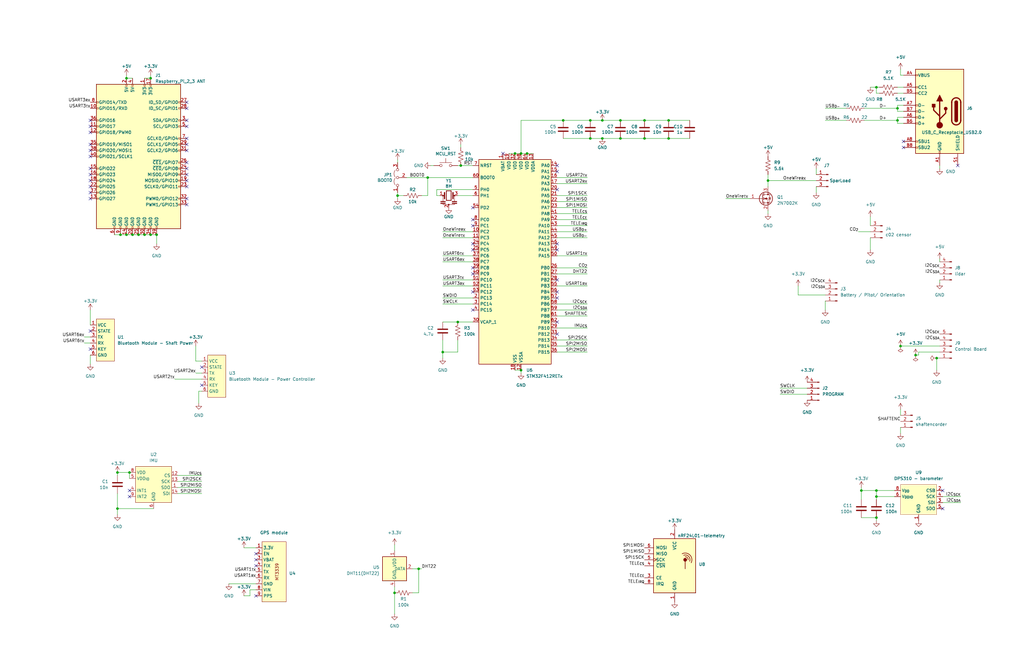
<source format=kicad_sch>
(kicad_sch (version 20230121) (generator eeschema)
  (paper "USLedger")
  (title_block (title "Falcon Motherboard") (date "2023-11-10") (rev "1") (company "HPVDT"))
  (lib_symbols
    (symbol "Connector:Conn_01x03_Pin" (pin_names (offset 1.016) hide)
      (property "Reference" "J" (at 0 5.08 0))
      (property "Value" "Conn_01x03_Pin" (at 0 -5.08 0))
      (symbol "Conn_01x03_Pin_1_1"
        (pin passive line (at 5.08 2.54 180) (length 3.81) (name "Pin_1") (number "1"))
        (pin passive line (at 5.08 0 180) (length 3.81) (name "Pin_2") (number "2"))
        (pin passive line (at 5.08 -2.54 180) (length 3.81) (name "Pin_3") (number "3"))
      )
    )
    (symbol "Connector:Conn_01x04_Pin" (pin_names (offset 1.016) hide)
      (property "Reference" "J" (at 0 5.08 0))
      (property "Value" "Conn_01x04_Pin" (at 0 -7.62 0))
      (symbol "Conn_01x04_Pin_1_1"
        (pin passive line (at 5.08 2.54 180) (length 3.81) (name "Pin_1") (number "1"))
        (pin passive line (at 5.08 0 180) (length 3.81) (name "Pin_2") (number "2"))
        (pin passive line (at 5.08 -2.54 180) (length 3.81) (name "Pin_3") (number "3"))
        (pin passive line (at 5.08 -5.08 180) (length 3.81) (name "Pin_4") (number "4"))
      )
    )
    (symbol "Connector:Conn_01x05_Pin" (pin_names (offset 1.016) hide)
      (property "Reference" "J" (at 0 7.62 0))
      (property "Value" "Conn_01x05_Pin" (at 0 -7.62 0))
      (symbol "Conn_01x05_Pin_1_1"
        (pin passive line (at 5.08 5.08 180) (length 3.81) (name "Pin_1") (number "1"))
        (pin passive line (at 5.08 2.54 180) (length 3.81) (name "Pin_2") (number "2"))
        (pin passive line (at 5.08 0 180) (length 3.81) (name "Pin_3") (number "3"))
        (pin passive line (at 5.08 -2.54 180) (length 3.81) (name "Pin_4") (number "4"))
        (pin passive line (at 5.08 -5.08 180) (length 3.81) (name "Pin_5") (number "5"))
      )
    )
    (symbol "Connector:Raspberry_Pi_2_3" (pin_names (offset 1.016))
      (property "Reference" "J" (at -17.78 31.75 0))
      (property "Value" "Raspberry_Pi_2_3" (at 10.16 -31.75 0))
      (symbol "Raspberry_Pi_2_3_1_1"
        (pin power_in line (at 2.54 33.02 270) (length 2.54) (name "3V3") (number "1"))
        (pin bidirectional line (at -20.32 20.32 0) (length 2.54) (name "GPIO15/RXD") (number "10"))
        (pin bidirectional line (at -20.32 12.7 0) (length 2.54) (name "GPIO17") (number "11"))
        (pin bidirectional line (at -20.32 10.16 0) (length 2.54) (name "GPIO18/PWM0") (number "12"))
        (pin bidirectional line (at -20.32 -17.78 0) (length 2.54) (name "GPIO27") (number "13"))
        (pin power_in line (at -5.08 -33.02 90) (length 2.54) (name "GND") (number "14"))
        (pin bidirectional line (at -20.32 -5.08 0) (length 2.54) (name "GPIO22") (number "15"))
        (pin bidirectional line (at -20.32 -7.62 0) (length 2.54) (name "GPIO23") (number "16"))
        (pin power_in line (at 5.08 33.02 270) (length 2.54) (name "3V3") (number "17"))
        (pin bidirectional line (at -20.32 -10.16 0) (length 2.54) (name "GPIO24") (number "18"))
        (pin bidirectional line (at 20.32 -10.16 180) (length 2.54) (name "MOSI0/GPIO10") (number "19"))
        (pin power_in line (at -5.08 33.02 270) (length 2.54) (name "5V") (number "2"))
        (pin power_in line (at -2.54 -33.02 90) (length 2.54) (name "GND") (number "20"))
        (pin bidirectional line (at 20.32 -7.62 180) (length 2.54) (name "MISO0/GPIO9") (number "21"))
        (pin bidirectional line (at -20.32 -12.7 0) (length 2.54) (name "GPIO25") (number "22"))
        (pin bidirectional line (at 20.32 -12.7 180) (length 2.54) (name "SCLK0/GPIO11") (number "23"))
        (pin bidirectional line (at 20.32 -5.08 180) (length 2.54) (name "~{CE0}/GPIO8") (number "24"))
        (pin power_in line (at 0 -33.02 90) (length 2.54) (name "GND") (number "25"))
        (pin bidirectional line (at 20.32 -2.54 180) (length 2.54) (name "~{CE1}/GPIO7") (number "26"))
        (pin bidirectional line (at 20.32 22.86 180) (length 2.54) (name "ID_SD/GPIO0") (number "27"))
        (pin bidirectional line (at 20.32 20.32 180) (length 2.54) (name "ID_SC/GPIO1") (number "28"))
        (pin bidirectional line (at 20.32 5.08 180) (length 2.54) (name "GCLK1/GPIO5") (number "29"))
        (pin bidirectional line (at 20.32 15.24 180) (length 2.54) (name "SDA/GPIO2") (number "3"))
        (pin power_in line (at 2.54 -33.02 90) (length 2.54) (name "GND") (number "30"))
        (pin bidirectional line (at 20.32 2.54 180) (length 2.54) (name "GCLK2/GPIO6") (number "31"))
        (pin bidirectional line (at 20.32 -17.78 180) (length 2.54) (name "PWM0/GPIO12") (number "32"))
        (pin bidirectional line (at 20.32 -20.32 180) (length 2.54) (name "PWM1/GPIO13") (number "33"))
        (pin power_in line (at 5.08 -33.02 90) (length 2.54) (name "GND") (number "34"))
        (pin bidirectional line (at -20.32 5.08 0) (length 2.54) (name "GPIO19/MISO1") (number "35"))
        (pin bidirectional line (at -20.32 15.24 0) (length 2.54) (name "GPIO16") (number "36"))
        (pin bidirectional line (at -20.32 -15.24 0) (length 2.54) (name "GPIO26") (number "37"))
        (pin bidirectional line (at -20.32 2.54 0) (length 2.54) (name "GPIO20/MOSI1") (number "38"))
        (pin power_in line (at 7.62 -33.02 90) (length 2.54) (name "GND") (number "39"))
        (pin power_in line (at -2.54 33.02 270) (length 2.54) (name "5V") (number "4"))
        (pin bidirectional line (at -20.32 0 0) (length 2.54) (name "GPIO21/SCLK1") (number "40"))
        (pin bidirectional line (at 20.32 12.7 180) (length 2.54) (name "SCL/GPIO3") (number "5"))
        (pin power_in line (at -10.16 -33.02 90) (length 2.54) (name "GND") (number "6"))
        (pin bidirectional line (at 20.32 7.62 180) (length 2.54) (name "GCLK0/GPIO4") (number "7"))
        (pin bidirectional line (at -20.32 22.86 0) (length 2.54) (name "GPIO14/TXD") (number "8"))
        (pin power_in line (at -7.62 -33.02 90) (length 2.54) (name "GND") (number "9"))
      )
    )
    (symbol "Connector:USB_C_Receptacle_USB2.0" (pin_names (offset 1.016))
      (property "Reference" "J" (at -10.16 19.05 0))
      (property "Value" "USB_C_Receptacle_USB2.0" (at 19.05 19.05 0))
      (symbol "USB_C_Receptacle_USB2.0_1_1"
        (pin passive line (at 0 -22.86 90) (length 5.08) (name "GND") (number "A1"))
        (pin passive line (at 0 -22.86 90) (length 5.08) hide (name "GND") (number "A12"))
        (pin passive line (at 15.24 15.24 180) (length 5.08) (name "VBUS") (number "A4"))
        (pin bidirectional line (at 15.24 10.16 180) (length 5.08) (name "CC1") (number "A5"))
        (pin bidirectional line (at 15.24 -2.54 180) (length 5.08) (name "D+") (number "A6"))
        (pin bidirectional line (at 15.24 2.54 180) (length 5.08) (name "D-") (number "A7"))
        (pin bidirectional line (at 15.24 -12.7 180) (length 5.08) (name "SBU1") (number "A8"))
        (pin passive line (at 15.24 15.24 180) (length 5.08) hide (name "VBUS") (number "A9"))
        (pin passive line (at 0 -22.86 90) (length 5.08) hide (name "GND") (number "B1"))
        (pin passive line (at 0 -22.86 90) (length 5.08) hide (name "GND") (number "B12"))
        (pin passive line (at 15.24 15.24 180) (length 5.08) hide (name "VBUS") (number "B4"))
        (pin bidirectional line (at 15.24 7.62 180) (length 5.08) (name "CC2") (number "B5"))
        (pin bidirectional line (at 15.24 -5.08 180) (length 5.08) (name "D+") (number "B6"))
        (pin bidirectional line (at 15.24 0 180) (length 5.08) (name "D-") (number "B7"))
        (pin bidirectional line (at 15.24 -15.24 180) (length 5.08) (name "SBU2") (number "B8"))
        (pin passive line (at 15.24 15.24 180) (length 5.08) hide (name "VBUS") (number "B9"))
        (pin passive line (at -7.62 -22.86 90) (length 5.08) (name "SHIELD") (number "S1"))
      )
    )
    (symbol "Device:C" (pin_numbers hide) (pin_names (offset 0.254))
      (property "Reference" "C" (at 0.635 2.54 0))
      (property "Value" "C" (at 0.635 -2.54 0))
      (symbol "C_1_1"
        (pin passive line (at 0 3.81 270) (length 2.794) (name "~") (number "1"))
        (pin passive line (at 0 -3.81 90) (length 2.794) (name "~") (number "2"))
      )
    )
    (symbol "Device:R_US" (pin_numbers hide) (pin_names (offset 0))
      (property "Reference" "R" (at 2.54 0 90))
      (property "Value" "R_US" (at -2.54 0 90))
      (symbol "R_US_1_1"
        (pin passive line (at 0 3.81 270) (length 1.27) (name "~") (number "1"))
        (pin passive line (at 0 -3.81 90) (length 1.27) (name "~") (number "2"))
      )
    )
    (symbol "Device:Resonator" (pin_names (offset 1.016) hide)
      (property "Reference" "Y" (at 0 5.715 0))
      (property "Value" "Resonator" (at 0 3.81 0))
      (symbol "Resonator_1_1"
        (pin passive line (at -3.81 0 0) (length 1.27) (name "1") (number "1"))
        (pin passive line (at 0 -5.08 90) (length 1.27) (name "2") (number "2"))
        (pin passive line (at 3.81 0 180) (length 1.27) (name "3") (number "3"))
      )
    )
    (symbol "Jumper:Jumper_3_Open" (pin_names (offset 0) hide)
      (property "Reference" "JP" (at -2.54 -2.54 0))
      (property "Value" "Jumper_3_Open" (at 0 2.794 0))
      (symbol "Jumper_3_Open_1_1"
        (pin passive line (at -6.35 0 0) (length 2.54) (name "A") (number "1"))
        (pin passive line (at 0 -3.81 90) (length 2.54) (name "C") (number "2"))
        (pin passive line (at 6.35 0 180) (length 2.54) (name "B") (number "3"))
      )
    )
    (symbol "MCU_ST_STM32F4:STM32F412RETx"
      (property "Reference" "U" (at -15.24 44.45 0))
      (property "Value" "STM32F412RETx" (at 10.16 44.45 0))
      (symbol "STM32F412RETx_1_1"
        (pin power_in line (at -5.08 45.72 270) (length 2.54) (name "VBAT") (number "1"))
        (pin bidirectional line (at -17.78 12.7 0) (length 2.54) (name "PC2") (number "10"))
        (pin bidirectional line (at -17.78 10.16 0) (length 2.54) (name "PC3") (number "11"))
        (pin power_in line (at 2.54 -45.72 90) (length 2.54) (name "VSSA") (number "12"))
        (pin power_in line (at 7.62 45.72 270) (length 2.54) (name "VDDA") (number "13"))
        (pin bidirectional line (at 17.78 40.64 180) (length 2.54) (name "PA0") (number "14"))
        (pin bidirectional line (at 17.78 38.1 180) (length 2.54) (name "PA1") (number "15"))
        (pin bidirectional line (at 17.78 35.56 180) (length 2.54) (name "PA2") (number "16"))
        (pin bidirectional line (at 17.78 33.02 180) (length 2.54) (name "PA3") (number "17"))
        (pin power_in line (at 0 -45.72 90) (length 2.54) (name "VSS") (number "18"))
        (pin power_in line (at -2.54 45.72 270) (length 2.54) (name "VDD") (number "19"))
        (pin bidirectional line (at -17.78 -15.24 0) (length 2.54) (name "PC13") (number "2"))
        (pin bidirectional line (at 17.78 30.48 180) (length 2.54) (name "PA4") (number "20"))
        (pin bidirectional line (at 17.78 27.94 180) (length 2.54) (name "PA5") (number "21"))
        (pin bidirectional line (at 17.78 25.4 180) (length 2.54) (name "PA6") (number "22"))
        (pin bidirectional line (at 17.78 22.86 180) (length 2.54) (name "PA7") (number "23"))
        (pin bidirectional line (at -17.78 7.62 0) (length 2.54) (name "PC4") (number "24"))
        (pin bidirectional line (at -17.78 5.08 0) (length 2.54) (name "PC5") (number "25"))
        (pin bidirectional line (at 17.78 -2.54 180) (length 2.54) (name "PB0") (number "26"))
        (pin bidirectional line (at 17.78 -5.08 180) (length 2.54) (name "PB1") (number "27"))
        (pin bidirectional line (at 17.78 -7.62 180) (length 2.54) (name "PB2") (number "28"))
        (pin bidirectional line (at 17.78 -27.94 180) (length 2.54) (name "PB10") (number "29"))
        (pin bidirectional line (at -17.78 -17.78 0) (length 2.54) (name "PC14") (number "3"))
        (pin power_out line (at -17.78 -25.4 0) (length 2.54) (name "VCAP_1") (number "30"))
        (pin passive line (at 0 -45.72 90) (length 2.54) hide (name "VSS") (number "31"))
        (pin power_in line (at 0 45.72 270) (length 2.54) (name "VDD") (number "32"))
        (pin bidirectional line (at 17.78 -30.48 180) (length 2.54) (name "PB12") (number "33"))
        (pin bidirectional line (at 17.78 -33.02 180) (length 2.54) (name "PB13") (number "34"))
        (pin bidirectional line (at 17.78 -35.56 180) (length 2.54) (name "PB14") (number "35"))
        (pin bidirectional line (at 17.78 -38.1 180) (length 2.54) (name "PB15") (number "36"))
        (pin bidirectional line (at -17.78 2.54 0) (length 2.54) (name "PC6") (number "37"))
        (pin bidirectional line (at -17.78 0 0) (length 2.54) (name "PC7") (number "38"))
        (pin bidirectional line (at -17.78 -2.54 0) (length 2.54) (name "PC8") (number "39"))
        (pin bidirectional line (at -17.78 -20.32 0) (length 2.54) (name "PC15") (number "4"))
        (pin bidirectional line (at -17.78 -5.08 0) (length 2.54) (name "PC9") (number "40"))
        (pin bidirectional line (at 17.78 20.32 180) (length 2.54) (name "PA8") (number "41"))
        (pin bidirectional line (at 17.78 17.78 180) (length 2.54) (name "PA9") (number "42"))
        (pin bidirectional line (at 17.78 15.24 180) (length 2.54) (name "PA10") (number "43"))
        (pin bidirectional line (at 17.78 12.7 180) (length 2.54) (name "PA11") (number "44"))
        (pin bidirectional line (at 17.78 10.16 180) (length 2.54) (name "PA12") (number "45"))
        (pin bidirectional line (at 17.78 7.62 180) (length 2.54) (name "PA13") (number "46"))
        (pin passive line (at 0 -45.72 90) (length 2.54) hide (name "VSS") (number "47"))
        (pin power_in line (at 2.54 45.72 270) (length 2.54) (name "VDD") (number "48"))
        (pin bidirectional line (at 17.78 5.08 180) (length 2.54) (name "PA14") (number "49"))
        (pin bidirectional line (at -17.78 30.48 0) (length 2.54) (name "PH0") (number "5"))
        (pin bidirectional line (at 17.78 2.54 180) (length 2.54) (name "PA15") (number "50"))
        (pin bidirectional line (at -17.78 -7.62 0) (length 2.54) (name "PC10") (number "51"))
        (pin bidirectional line (at -17.78 -10.16 0) (length 2.54) (name "PC11") (number "52"))
        (pin bidirectional line (at -17.78 -12.7 0) (length 2.54) (name "PC12") (number "53"))
        (pin bidirectional line (at -17.78 22.86 0) (length 2.54) (name "PD2") (number "54"))
        (pin bidirectional line (at 17.78 -10.16 180) (length 2.54) (name "PB3") (number "55"))
        (pin bidirectional line (at 17.78 -12.7 180) (length 2.54) (name "PB4") (number "56"))
        (pin bidirectional line (at 17.78 -15.24 180) (length 2.54) (name "PB5") (number "57"))
        (pin bidirectional line (at 17.78 -17.78 180) (length 2.54) (name "PB6") (number "58"))
        (pin bidirectional line (at 17.78 -20.32 180) (length 2.54) (name "PB7") (number "59"))
        (pin bidirectional line (at -17.78 27.94 0) (length 2.54) (name "PH1") (number "6"))
        (pin input line (at -17.78 35.56 0) (length 2.54) (name "BOOT0") (number "60"))
        (pin bidirectional line (at 17.78 -22.86 180) (length 2.54) (name "PB8") (number "61"))
        (pin bidirectional line (at 17.78 -25.4 180) (length 2.54) (name "PB9") (number "62"))
        (pin passive line (at 0 -45.72 90) (length 2.54) hide (name "VSS") (number "63"))
        (pin power_in line (at 5.08 45.72 270) (length 2.54) (name "VDD") (number "64"))
        (pin input line (at -17.78 40.64 0) (length 2.54) (name "NRST") (number "7"))
        (pin bidirectional line (at -17.78 17.78 0) (length 2.54) (name "PC0") (number "8"))
        (pin bidirectional line (at -17.78 15.24 0) (length 2.54) (name "PC1") (number "9"))
      )
    )
    (symbol "RF:NRF24L01_Breakout" (pin_names (offset 1.016))
      (property "Reference" "U" (at -8.89 12.7 0))
      (property "Value" "NRF24L01_Breakout" (at 3.81 12.7 0))
      (symbol "NRF24L01_Breakout_1_1"
        (pin power_in line (at 0 -15.24 90) (length 3.81) (name "GND") (number "1"))
        (pin power_in line (at 0 15.24 270) (length 3.81) (name "VCC") (number "2"))
        (pin input line (at -12.7 -5.08 0) (length 3.81) (name "CE") (number "3"))
        (pin input line (at -12.7 0 0) (length 3.81) (name "~{CSN}") (number "4"))
        (pin input clock (at -12.7 2.54 0) (length 3.81) (name "SCK") (number "5"))
        (pin input line (at -12.7 7.62 0) (length 3.81) (name "MOSI") (number "6"))
        (pin output line (at -12.7 5.08 0) (length 3.81) (name "MISO") (number "7"))
        (pin output line (at -12.7 -7.62 0) (length 3.81) (name "IRQ") (number "8"))
      )
    )
    (symbol "Sensor:DHT11"
      (property "Reference" "U" (at -3.81 6.35 0))
      (property "Value" "DHT11" (at 3.81 6.35 0))
      (symbol "DHT11_1_1"
        (pin power_in line (at 0 7.62 270) (length 2.54) (name "VDD") (number "1"))
        (pin bidirectional line (at 7.62 0 180) (length 2.54) (name "DATA") (number "2"))
        (pin no_connect line (at -5.08 0 0) (length 2.54) hide (name "NC") (number "3"))
        (pin power_in line (at 0 -7.62 90) (length 2.54) (name "GND") (number "4"))
      )
    )
    (symbol "Switch:SW_Push" (pin_numbers hide) (pin_names (offset 1.016) hide)
      (property "Reference" "SW" (at 1.27 2.54 0))
      (property "Value" "SW_Push" (at 0 -1.524 0))
      (symbol "SW_Push_0_1"
        (pin passive line (at -5.08 0 0) (length 2.54) (name "1") (number "1"))
        (pin passive line (at 5.08 0 180) (length 2.54) (name "2") (number "2"))
      )
    )
    (symbol "Transistor_FET:2N7002K" (pin_names hide)
      (property "Reference" "Q" (at 5.08 1.905 0))
      (property "Value" "2N7002K" (at 5.08 0 0))
      (symbol "2N7002K_1_1"
        (pin input line (at -5.08 0 0) (length 2.54) (name "G") (number "1"))
        (pin passive line (at 2.54 -5.08 90) (length 2.54) (name "S") (number "2"))
        (pin passive line (at 2.54 5.08 270) (length 2.54) (name "D") (number "3"))
      )
    )
    (symbol "mb_sensors:DPS310"
      (property "Reference" "U" (at 0 8.89 0))
      (property "Value" "DPS310" (at 0 6.35 0))
      (symbol "DPS310_1_1"
        (pin power_in line (at 0 -10.16 90) (length 2.54) (name "GND") (number "1"))
        (pin input line (at 10.16 2.54 180) (length 2.54) (name "CSB") (number "2"))
        (pin input line (at 10.16 -2.54 180) (length 2.54) (name "SDI") (number "3"))
        (pin input line (at 10.16 0 180) (length 2.54) (name "SCK") (number "4"))
        (pin output line (at 10.16 -5.08 180) (length 2.54) (name "SDO") (number "5"))
        (pin power_in line (at -10.16 0 0) (length 2.54) (name "V_{DDIO}") (number "6"))
        (pin power_in line (at 0 -10.16 90) (length 2.54) hide (name "GND") (number "7"))
        (pin power_in line (at -10.16 2.54 0) (length 2.54) (name "V_{DD}") (number "8"))
      )
    )
    (symbol "mb_sensors:HC-05"
      (property "Reference" "U" (at 6.35 3.81 0))
      (property "Value" "HC-05" (at 6.35 1.27 0))
      (symbol "HC-05_1_1"
        (pin power_in line (at 0 -2.54 0) (length 2.54) (name "VCC") (number "1"))
        (pin output line (at 0 -5.08 0) (length 2.54) (name "STATE") (number "2"))
        (pin input line (at 0 -7.62 0) (length 2.54) (name "TX") (number "3"))
        (pin output line (at 0 -10.16 0) (length 2.54) (name "RX") (number "4"))
        (pin input line (at 0 -12.7 0) (length 2.54) (name "KEY") (number "5"))
        (pin power_in line (at 0 -15.24 0) (length 2.54) (name "GND") (number "6"))
      )
    )
    (symbol "mb_sensors:ICM-42688-P"
      (property "Reference" "U" (at 0 11.43 0))
      (property "Value" "ICM-42688" (at 0 8.89 0))
      (symbol "ICM-42688-P_1_1"
        (pin output line (at 10.16 -1.27 180) (length 2.54) (name "SDO") (number "1"))
        (pin power_in line (at 0 -10.16 90) (length 2.54) hide (name "RESV") (number "10"))
        (pin power_in line (at 0 -10.16 90) (length 2.54) hide (name "RESV") (number "11"))
        (pin input line (at 10.16 3.81 180) (length 2.54) (name "CS") (number "12"))
        (pin input line (at 10.16 1.27 180) (length 2.54) (name "SCK") (number "13"))
        (pin bidirectional line (at 10.16 -3.81 180) (length 2.54) (name "SDI") (number "14"))
        (pin power_in line (at 0 -10.16 90) (length 2.54) hide (name "RESV") (number "2"))
        (pin power_in line (at 0 -10.16 90) (length 2.54) hide (name "RESV") (number "3"))
        (pin output line (at -10.16 -2.54 0) (length 2.54) (name "INT1") (number "4"))
        (pin power_in line (at -10.16 2.54 0) (length 2.54) (name "VDD_{IO}") (number "5"))
        (pin power_in line (at 0 -10.16 90) (length 2.54) (name "GND") (number "6"))
        (pin power_in line (at 0 -10.16 90) (length 2.54) hide (name "RESV") (number "7"))
        (pin power_in line (at -10.16 5.08 0) (length 2.54) (name "VDD") (number "8"))
        (pin bidirectional line (at -10.16 -5.08 0) (length 2.54) (name "INT2") (number "9"))
      )
    )
    (symbol "mb_sensors:MT3339"
      (property "Reference" "U" (at 10.16 5.08 0))
      (property "Value" "MT3339" (at 10.16 2.54 0))
      (symbol "MT3339_0_1"
        (text "MT3339" (at 11.43 -11.43 900) (effects (font (size 1.27 1.27))))
      )
      (symbol "MT3339_1_1"
        (pin power_in line (at 2.54 -1.27 0) (length 2.54) (name "3.3V") (number "1"))
        (pin input line (at 2.54 -3.81 0) (length 2.54) (name "EN") (number "2"))
        (pin power_out line (at 2.54 -6.35 0) (length 2.54) (name "VBAT") (number "3"))
        (pin output line (at 2.54 -8.89 0) (length 2.54) (name "FIX") (number "4"))
        (pin input line (at 2.54 -11.43 0) (length 2.54) (name "TX") (number "5"))
        (pin output line (at 2.54 -13.97 0) (length 2.54) (name "RX") (number "6"))
        (pin power_in line (at 2.54 -16.51 0) (length 2.54) (name "GND") (number "7"))
        (pin power_in line (at 2.54 -19.05 0) (length 2.54) (name "VIN") (number "8"))
        (pin output line (at 2.54 -21.59 0) (length 2.54) (name "PPS") (number "9"))
      )
    )
    (symbol "power:+3.3V" (power) (pin_names (offset 0))
      (property "Value" "+3.3V" (at 0 3.556 0))
      (symbol "+3.3V_1_1"
        (pin power_in line (at 0 0 90) (length 0) hide (name "+3.3V") (number "1"))
      )
    )
    (symbol "power:+5V" (power) (pin_names (offset 0))
      (property "Value" "+5V" (at 0 3.556 0))
      (symbol "+5V_1_1"
        (pin power_in line (at 0 0 90) (length 0) hide (name "+5V") (number "1"))
      )
    )
    (symbol "power:GND" (power) (pin_names (offset 0))
      (property "Value" "GND" (at 0 -3.81 0))
      (symbol "GND_1_1"
        (pin power_in line (at 0 0 270) (length 0) hide (name "GND") (number "1"))
      )
    )
    (symbol "power:PWR_FLAG" (power) (pin_numbers hide) (pin_names (offset 0) hide)
      (property "Value" "PWR_FLAG" (at 0 3.81 0))
      (symbol "PWR_FLAG_0_0"
        (pin power_out line (at 0 0 90) (length 0) (name "pwr") (number "1"))
      )
    )
  )
  (junction (at 63.5 33.02))
  (junction (at 254 58.42))
  (junction (at 261.62 58.42))
  (junction (at 281.94 58.42))
  (junction (at 386.08 149.86))
  (junction (at 261.62 50.8))
  (junction (at 63.5 99.06))
  (junction (at 193.04 135.89))
  (junction (at 166.37 250.19))
  (junction (at 186.69 148.59))
  (junction (at 194.31 69.85))
  (junction (at 271.78 58.42))
  (junction (at 378.46 45.72))
  (junction (at 369.57 207.01))
  (junction (at 55.88 99.06))
  (junction (at 219.71 64.77))
  (junction (at 378.46 50.8))
  (junction (at 60.96 99.06))
  (junction (at 254 50.8))
  (junction (at 222.25 64.77))
  (junction (at 394.97 151.13))
  (junction (at 49.53 199.39))
  (junction (at 248.92 50.8))
  (junction (at 66.04 99.06))
  (junction (at 49.53 214.63))
  (junction (at 54.61 199.39))
  (junction (at 237.49 50.8))
  (junction (at 58.42 99.06))
  (junction (at 248.92 58.42))
  (junction (at 369.57 218.44))
  (junction (at 379.73 146.05))
  (junction (at 217.17 64.77))
  (junction (at 167.64 82.55))
  (junction (at 323.85 76.2))
  (junction (at 369.57 209.55))
  (junction (at 271.78 50.8))
  (junction (at 53.34 99.06))
  (junction (at 50.8 99.06))
  (junction (at 369.57 36.83))
  (junction (at 281.94 50.8))
  (junction (at 363.22 207.01))
  (junction (at 53.34 33.02))
  (junction (at 180.34 74.93))
  (junction (at 176.53 240.03))
  (junction (at 219.71 156.21))
  (no_connect (at 234.95 118.11))
  (no_connect (at 38.1 83.82))
  (no_connect (at 234.95 135.89))
  (no_connect (at 212.09 64.77))
  (no_connect (at 38.1 147.32))
  (no_connect (at 38.1 60.96))
  (no_connect (at 403.86 69.85))
  (no_connect (at 78.74 58.42))
  (no_connect (at 381 59.69))
  (no_connect (at 78.74 63.5))
  (no_connect (at 234.95 105.41))
  (no_connect (at 38.1 50.8))
  (no_connect (at 78.74 73.66))
  (no_connect (at 38.1 139.7))
  (no_connect (at 38.1 76.2))
  (no_connect (at 38.1 63.5))
  (no_connect (at 199.39 102.87))
  (no_connect (at 78.74 43.18))
  (no_connect (at 199.39 115.57))
  (no_connect (at 199.39 113.03))
  (no_connect (at 38.1 71.12))
  (no_connect (at 38.1 55.88))
  (no_connect (at 199.39 105.41))
  (no_connect (at 234.95 69.85))
  (no_connect (at 54.61 207.01))
  (no_connect (at 85.09 162.56))
  (no_connect (at 234.95 102.87))
  (no_connect (at 78.74 76.2))
  (no_connect (at 199.39 130.81))
  (no_connect (at 199.39 123.19))
  (no_connect (at 107.95 233.68))
  (no_connect (at 234.95 123.19))
  (no_connect (at 38.1 66.04))
  (no_connect (at 78.74 60.96))
  (no_connect (at 78.74 83.82))
  (no_connect (at 234.95 72.39))
  (no_connect (at 234.95 80.01))
  (no_connect (at 78.74 45.72))
  (no_connect (at 234.95 140.97))
  (no_connect (at 199.39 95.25))
  (no_connect (at 397.51 207.01))
  (no_connect (at 381 62.23))
  (no_connect (at 38.1 81.28))
  (no_connect (at 234.95 125.73))
  (no_connect (at 38.1 53.34))
  (no_connect (at 78.74 53.34))
  (no_connect (at 38.1 78.74))
  (no_connect (at 78.74 78.74))
  (no_connect (at 38.1 73.66))
  (no_connect (at 85.09 154.94))
  (no_connect (at 397.51 214.63))
  (no_connect (at 78.74 50.8))
  (no_connect (at 199.39 92.71))
  (no_connect (at 78.74 86.36))
  (no_connect (at 78.74 68.58))
  (no_connect (at 107.95 238.76))
  (no_connect (at 107.95 236.22))
  (no_connect (at 199.39 87.63))
  (no_connect (at 107.95 251.46))
  (no_connect (at 78.74 71.12))
  (no_connect (at 54.61 209.55))
  (wire (pts (xy 247.65 115.57) (xy 234.95 115.57)))
  (wire (pts (xy 234.95 77.47) (xy 247.65 77.47)))
  (wire (pts (xy 193.04 69.85) (xy 194.31 69.85)))
  (wire (pts (xy 217.17 64.77) (xy 219.71 64.77)))
  (wire (pts (xy 369.57 39.37) (xy 370.84 39.37)))
  (wire (pts (xy 193.04 148.59) (xy 186.69 148.59)))
  (wire (pts (xy 369.57 209.55) (xy 377.19 209.55)))
  (wire (pts (xy 58.42 99.06) (xy 60.96 99.06)))
  (wire (pts (xy 193.04 82.55) (xy 199.39 82.55)))
  (wire (pts (xy 247.65 113.03) (xy 234.95 113.03)))
  (wire (pts (xy 271.78 58.42) (xy 281.94 58.42)))
  (wire (pts (xy 363.22 205.74) (xy 363.22 207.01)))
  (wire (pts (xy 234.95 82.55) (xy 247.65 82.55)))
  (wire (pts (xy 219.71 156.21) (xy 219.71 157.48)))
  (wire (pts (xy 176.53 240.03) (xy 176.53 250.19)))
  (wire (pts (xy 361.95 97.79) (xy 367.03 97.79)))
  (wire (pts (xy 186.69 148.59) (xy 186.69 143.51)))
  (wire (pts (xy 323.85 76.2) (xy 344.17 76.2)))
  (wire (pts (xy 378.46 50.8) (xy 364.49 50.8)))
  (wire (pts (xy 369.57 36.83) (xy 370.84 36.83)))
  (wire (pts (xy 167.64 82.55) (xy 167.64 83.82)))
  (wire (pts (xy 261.62 58.42) (xy 271.78 58.42)))
  (wire (pts (xy 167.64 81.28) (xy 167.64 82.55)))
  (wire (pts (xy 369.57 36.83) (xy 369.57 39.37)))
  (wire (pts (xy 166.37 250.19) (xy 166.37 259.08)))
  (wire (pts (xy 254 50.8) (xy 261.62 50.8)))
  (wire (pts (xy 234.95 133.35) (xy 247.65 133.35)))
  (wire (pts (xy 105.41 248.92) (xy 107.95 248.92)))
  (wire (pts (xy 405.13 212.09) (xy 397.51 212.09)))
  (wire (pts (xy 328.93 166.37) (xy 340.36 166.37)))
  (wire (pts (xy 336.55 124.46) (xy 347.98 124.46)))
  (wire (pts (xy 184.15 82.55) (xy 185.42 82.55)))
  (wire (pts (xy 306.07 83.82) (xy 316.23 83.82)))
  (wire (pts (xy 369.57 207.01) (xy 369.57 209.55)))
  (wire (pts (xy 54.61 199.39) (xy 54.61 201.93)))
  (wire (pts (xy 234.95 92.71) (xy 247.65 92.71)))
  (wire (pts (xy 167.64 67.31) (xy 167.64 68.58)))
  (wire (pts (xy 248.92 50.8) (xy 254 50.8)))
  (wire (pts (xy 378.46 39.37) (xy 381 39.37)))
  (wire (pts (xy 381 46.99) (xy 378.46 46.99)))
  (wire (pts (xy 105.41 248.92) (xy 105.41 251.46)))
  (wire (pts (xy 234.95 95.25) (xy 247.65 95.25)))
  (wire (pts (xy 396.24 71.12) (xy 396.24 69.85)))
  (wire (pts (xy 367.03 36.83) (xy 369.57 36.83)))
  (wire (pts (xy 74.93 205.74) (xy 85.09 205.74)))
  (wire (pts (xy 234.95 74.93) (xy 247.65 74.93)))
  (wire (pts (xy 281.94 58.42) (xy 290.83 58.42)))
  (wire (pts (xy 219.71 50.8) (xy 219.71 64.77)))
  (wire (pts (xy 378.46 49.53) (xy 378.46 50.8)))
  (wire (pts (xy 186.69 135.89) (xy 193.04 135.89)))
  (wire (pts (xy 63.5 31.75) (xy 63.5 33.02)))
  (wire (pts (xy 378.46 44.45) (xy 381 44.45)))
  (wire (pts (xy 186.69 107.95) (xy 199.39 107.95)))
  (wire (pts (xy 378.46 45.72) (xy 378.46 44.45)))
  (wire (pts (xy 237.49 50.8) (xy 248.92 50.8)))
  (wire (pts (xy 85.09 152.4) (xy 82.55 152.4)))
  (wire (pts (xy 102.87 251.46) (xy 105.41 251.46)))
  (wire (pts (xy 378.46 46.99) (xy 378.46 45.72)))
  (wire (pts (xy 248.92 58.42) (xy 254 58.42)))
  (wire (pts (xy 74.93 200.66) (xy 85.09 200.66)))
  (wire (pts (xy 386.08 149.86) (xy 387.35 149.86)))
  (wire (pts (xy 38.1 149.86) (xy 38.1 153.67)))
  (wire (pts (xy 379.73 31.75) (xy 381 31.75)))
  (wire (pts (xy 378.46 50.8) (xy 378.46 52.07)))
  (wire (pts (xy 247.65 138.43) (xy 234.95 138.43)))
  (wire (pts (xy 177.8 82.55) (xy 180.34 82.55)))
  (wire (pts (xy 363.22 218.44) (xy 369.57 218.44)))
  (wire (pts (xy 49.53 208.28) (xy 49.53 214.63)))
  (wire (pts (xy 83.82 165.1) (xy 83.82 170.18)))
  (wire (pts (xy 166.37 247.65) (xy 166.37 250.19)))
  (wire (pts (xy 181.61 69.85) (xy 182.88 69.85)))
  (wire (pts (xy 199.39 80.01) (xy 184.15 80.01)))
  (wire (pts (xy 254 58.42) (xy 261.62 58.42)))
  (wire (pts (xy 193.04 135.89) (xy 199.39 135.89)))
  (wire (pts (xy 234.95 130.81) (xy 247.65 130.81)))
  (wire (pts (xy 49.53 199.39) (xy 49.53 200.66)))
  (wire (pts (xy 186.69 118.11) (xy 199.39 118.11)))
  (wire (pts (xy 405.13 209.55) (xy 397.51 209.55)))
  (wire (pts (xy 237.49 58.42) (xy 248.92 58.42)))
  (wire (pts (xy 186.69 125.73) (xy 199.39 125.73)))
  (wire (pts (xy 379.73 29.21) (xy 379.73 31.75)))
  (wire (pts (xy 336.55 120.65) (xy 336.55 124.46)))
  (wire (pts (xy 167.64 82.55) (xy 170.18 82.55)))
  (wire (pts (xy 234.95 87.63) (xy 247.65 87.63)))
  (wire (pts (xy 234.95 148.59) (xy 247.65 148.59)))
  (wire (pts (xy 180.34 74.93) (xy 199.39 74.93)))
  (wire (pts (xy 234.95 90.17) (xy 247.65 90.17)))
  (wire (pts (xy 85.09 165.1) (xy 83.82 165.1)))
  (wire (pts (xy 184.15 80.01) (xy 184.15 82.55)))
  (wire (pts (xy 367.03 100.33) (xy 367.03 105.41)))
  (wire (pts (xy 363.22 207.01) (xy 369.57 207.01)))
  (wire (pts (xy 234.95 143.51) (xy 247.65 143.51)))
  (wire (pts (xy 344.17 71.12) (xy 344.17 73.66)))
  (wire (pts (xy 387.35 149.86) (xy 387.35 148.59)))
  (wire (pts (xy 193.04 143.51) (xy 193.04 148.59)))
  (wire (pts (xy 49.53 214.63) (xy 64.77 214.63)))
  (wire (pts (xy 367.03 91.44) (xy 367.03 95.25)))
  (wire (pts (xy 396.24 109.22) (xy 396.24 110.49)))
  (wire (pts (xy 186.69 97.79) (xy 199.39 97.79)))
  (wire (pts (xy 217.17 156.21) (xy 219.71 156.21)))
  (wire (pts (xy 194.31 60.96) (xy 194.31 62.23)))
  (wire (pts (xy 60.96 33.02) (xy 63.5 33.02)))
  (wire (pts (xy 102.87 231.14) (xy 107.95 231.14)))
  (wire (pts (xy 396.24 118.11) (xy 396.24 119.38)))
  (wire (pts (xy 219.71 50.8) (xy 237.49 50.8)))
  (wire (pts (xy 271.78 50.8) (xy 281.94 50.8)))
  (wire (pts (xy 74.93 203.2) (xy 85.09 203.2)))
  (wire (pts (xy 194.31 69.85) (xy 199.39 69.85)))
  (wire (pts (xy 173.99 240.03) (xy 176.53 240.03)))
  (wire (pts (xy 234.95 97.79) (xy 247.65 97.79)))
  (wire (pts (xy 53.34 31.75) (xy 53.34 33.02)))
  (wire (pts (xy 379.73 172.72) (xy 379.73 175.26)))
  (wire (pts (xy 378.46 52.07) (xy 381 52.07)))
  (wire (pts (xy 378.46 36.83) (xy 381 36.83)))
  (wire (pts (xy 35.56 144.78) (xy 38.1 144.78)))
  (wire (pts (xy 63.5 99.06) (xy 66.04 99.06)))
  (wire (pts (xy 50.8 99.06) (xy 53.34 99.06)))
  (wire (pts (xy 85.09 160.02) (xy 73.66 160.02)))
  (wire (pts (xy 347.98 45.72) (xy 356.87 45.72)))
  (wire (pts (xy 364.49 45.72) (xy 378.46 45.72)))
  (wire (pts (xy 234.95 120.65) (xy 247.65 120.65)))
  (wire (pts (xy 234.95 128.27) (xy 247.65 128.27)))
  (wire (pts (xy 234.95 85.09) (xy 247.65 85.09)))
  (wire (pts (xy 82.55 152.4) (xy 82.55 146.05)))
  (wire (pts (xy 180.34 82.55) (xy 180.34 74.93)))
  (wire (pts (xy 323.85 90.17) (xy 323.85 88.9)))
  (wire (pts (xy 82.55 157.48) (xy 85.09 157.48)))
  (wire (pts (xy 219.71 64.77) (xy 222.25 64.77)))
  (wire (pts (xy 363.22 207.01) (xy 363.22 210.82)))
  (wire (pts (xy 53.34 99.06) (xy 55.88 99.06)))
  (wire (pts (xy 186.69 151.13) (xy 186.69 148.59)))
  (wire (pts (xy 53.34 33.02) (xy 55.88 33.02)))
  (wire (pts (xy 290.83 50.8) (xy 281.94 50.8)))
  (wire (pts (xy 234.95 100.33) (xy 247.65 100.33)))
  (wire (pts (xy 369.57 219.71) (xy 369.57 218.44)))
  (wire (pts (xy 379.73 146.05) (xy 396.24 146.05)))
  (wire (pts (xy 38.1 137.16) (xy 38.1 130.81)))
  (wire (pts (xy 74.93 208.28) (xy 85.09 208.28)))
  (wire (pts (xy 96.52 246.38) (xy 107.95 246.38)))
  (wire (pts (xy 369.57 207.01) (xy 377.19 207.01)))
  (wire (pts (xy 222.25 64.77) (xy 224.79 64.77)))
  (wire (pts (xy 234.95 146.05) (xy 247.65 146.05)))
  (wire (pts (xy 55.88 99.06) (xy 58.42 99.06)))
  (wire (pts (xy 48.26 99.06) (xy 50.8 99.06)))
  (wire (pts (xy 66.04 99.06) (xy 66.04 102.87)))
  (wire (pts (xy 176.53 240.03) (xy 177.8 240.03)))
  (wire (pts (xy 35.56 142.24) (xy 38.1 142.24)))
  (wire (pts (xy 186.69 110.49) (xy 199.39 110.49)))
  (wire (pts (xy 369.57 209.55) (xy 369.57 210.82)))
  (wire (pts (xy 323.85 78.74) (xy 323.85 76.2)))
  (wire (pts (xy 49.53 199.39) (xy 54.61 199.39)))
  (wire (pts (xy 328.93 163.83) (xy 340.36 163.83)))
  (wire (pts (xy 171.45 74.93) (xy 180.34 74.93)))
  (wire (pts (xy 186.69 120.65) (xy 199.39 120.65)))
  (wire (pts (xy 166.37 229.87) (xy 166.37 232.41)))
  (wire (pts (xy 347.98 127) (xy 347.98 130.81)))
  (wire (pts (xy 394.97 151.13) (xy 394.97 156.21)))
  (wire (pts (xy 344.17 78.74) (xy 344.17 81.28)))
  (wire (pts (xy 379.73 180.34) (xy 379.73 182.88)))
  (wire (pts (xy 186.69 100.33) (xy 199.39 100.33)))
  (wire (pts (xy 261.62 50.8) (xy 271.78 50.8)))
  (wire (pts (xy 173.99 250.19) (xy 176.53 250.19)))
  (wire (pts (xy 323.85 76.2) (xy 323.85 73.66)))
  (wire (pts (xy 381 49.53) (xy 378.46 49.53)))
  (wire (pts (xy 347.98 50.8) (xy 356.87 50.8)))
  (wire (pts (xy 396.24 151.13) (xy 394.97 151.13)))
  (wire (pts (xy 60.96 99.06) (xy 63.5 99.06)))
  (wire (pts (xy 214.63 64.77) (xy 217.17 64.77)))
  (wire (pts (xy 186.69 128.27) (xy 199.39 128.27)))
  (wire (pts (xy 49.53 214.63) (xy 49.53 217.17)))
  (wire (pts (xy 387.35 148.59) (xy 396.24 148.59)))
  (wire (pts (xy 234.95 107.95) (xy 247.65 107.95)))
  (label "I2C_{SDA}" (at 396.24 115.57 180))
  (label "DHT22" (at 247.65 115.57 180))
  (label "I2C_{SCK}" (at 347.98 119.38 180))
  (label "SWCLK" (at 328.93 163.83 0))
  (label "USART6_{RX}" (at 35.56 142.24 180))
  (label "USART3_{RX}" (at 38.1 43.18 180))
  (label "IMU_{CS}" (at 247.65 138.43 180))
  (label "D+" (at 370.84 50.8 0))
  (label "TELE_{CS}" (at 247.65 90.17 180))
  (label "IMU_{CS}" (at 85.09 200.66 180))
  (label "I2C_{SCK}" (at 405.13 209.55 180))
  (label "TELE_{CE}" (at 271.78 243.84 180))
  (label "USART3_{RX}" (at 186.69 120.65 0))
  (label "SPI2SCK" (at 247.65 143.51 180))
  (label "SHAFTENC" (at 379.73 177.8 180))
  (label "USART6_{TX}" (at 186.69 107.95 0))
  (label "I2C_{SCK}" (at 396.24 140.97 180))
  (label "I2C_{SCK}" (at 247.65 128.27 180))
  (label "USART3_{TX}" (at 186.69 118.11 0))
  (label "D-" (at 370.84 45.72 0))
  (label "TELE_{CS}" (at 271.78 238.76 180))
  (label "USART2_{TX}" (at 247.65 74.93 180))
  (label "SPI1SCK" (at 271.78 236.22 180))
  (label "SWCLK" (at 186.69 128.27 0))
  (label "SPI1MOSI" (at 247.65 87.63 180))
  (label "USART2_{RX}" (at 82.55 157.48 180))
  (label "SPI2MISO" (at 85.09 205.74 180))
  (label "TELE_{IRQ}" (at 271.78 246.38 180))
  (label "I2C_{SDA}" (at 347.98 121.92 180))
  (label "USART1_{TX}" (at 247.65 107.95 180))
  (label "USART2_{RX}" (at 247.65 77.47 180))
  (label "SPI2MISO" (at 247.65 146.05 180))
  (label "I2C_{SDA}" (at 247.65 130.81 180))
  (label "TELE_{CE}" (at 247.65 92.71 180))
  (label "BOOT0" (at 172.72 74.93 0))
  (label "SHAFTENC" (at 247.65 133.35 180))
  (label "SPI1MOSI" (at 271.78 231.14 180))
  (label "SPI1MISO" (at 247.65 85.09 180))
  (label "USART1_{RX}" (at 247.65 120.65 180))
  (label "SWDIO" (at 328.93 166.37 0))
  (label "I2C_{SDA}" (at 396.24 143.51 180))
  (label "I2C_{SCK}" (at 396.24 113.03 180))
  (label "USB_{D+}" (at 247.65 97.79 180))
  (label "USART6_{TX}" (at 35.56 144.78 180))
  (label "OneWire_{RX}" (at 330.2 76.2 0))
  (label "CO_{2}" (at 361.95 97.79 180))
  (label "DHT22" (at 177.8 240.03 0))
  (label "USART1_{TX}" (at 107.95 241.3 180))
  (label "SPI2SCK" (at 85.09 203.2 180))
  (label "SPI2MOSI" (at 85.09 208.28 180))
  (label "USB_{D-}" (at 247.65 100.33 180))
  (label "OneWire_{TX}" (at 306.07 83.82 0))
  (label "RST" (at 195.58 69.85 0))
  (label "OneWire_{TX}" (at 186.69 100.33 0))
  (label "TELE_{IRQ}" (at 247.65 95.25 180))
  (label "USART6_{RX}" (at 186.69 110.49 0))
  (label "CO_{2}" (at 247.65 113.03 180))
  (label "USART2_{TX}" (at 73.66 160.02 180))
  (label "SPI2MOSI" (at 247.65 148.59 180))
  (label "OneWire_{RX}" (at 186.69 97.79 0))
  (label "USART1_{RX}" (at 107.95 243.84 180))
  (label "I2C_{SDA}" (at 405.13 212.09 180))
  (label "USART3_{TX}" (at 38.1 45.72 180))
  (label "USB_{D+}" (at 347.98 50.8 0))
  (label "SWDIO" (at 186.69 125.73 0))
  (label "USB_{D-}" (at 347.98 45.72 0))
  (label "SPI1SCK" (at 247.65 82.55 180))
  (label "SPI1MISO" (at 271.78 233.68 180))
  (symbol (lib_id "Connector:USB_C_Receptacle_USB2.0") (at 396.24 46.99 0) (mirror y) (unit 1)
    (property "Reference" "J6" (at 407.67 45.7199 0) (effects (justify right)))
    (property "Value" "USB_C_Receptacle_USB2.0" (at 388.62 55.88 0) (effects (justify right)))
    (property "Footprint" "Connector_USB:USB_C_Receptacle_HRO_TYPE-C-31-M-12" (effects hide))
    (property "Datasheet" "https://www.usb.org/sites/default/files/documents/usb_type-c.zip" (effects hide))
  )
  (symbol (lib_id "power:GND") (at 166.37 259.08 0) (unit 1)
    (property "Reference" "#PWR014" (effects hide))
    (property "Value" "GND" (at 166.37 264.16 0))
  )
  (symbol (lib_id "Connector:Conn_01x04_Pin") (at 401.32 115.57 180) (unit 1)
    (property "Reference" "J8" (at 402.59 113.03 0) (effects (justify right)))
    (property "Value" "lidar" (at 402.59 115.57 0) (effects (justify right)))
  )
  (symbol (lib_id "power:GND") (at 284.48 254 0) (unit 1)
    (property "Reference" "#PWR030" (effects hide))
    (property "Value" "GND" (at 284.48 259.08 0))
  )
  (symbol (lib_id "power:+3.3V") (at 102.87 231.14 0) (unit 1)
    (property "Reference" "#PWR011" (effects hide))
    (property "Value" "+3.3V" (at 102.87 227.33 0))
  )
  (symbol (lib_id "power:+3.3V") (at 63.5 31.75 0) (unit 1)
    (property "Reference" "#PWR06" (effects hide))
    (property "Value" "+3.3V" (at 63.5 27.94 0))
  )
  (symbol (lib_id "power:GND") (at 396.24 71.12 0) (mirror y) (unit 1)
    (property "Reference" "#PWR045" (effects hide))
    (property "Value" "GND" (at 398.78 72.39 0) (effects (justify right)))
  )
  (symbol (lib_id "power:GND") (at 369.57 219.71 0) (unit 1)
    (property "Reference" "#PWR038" (effects hide))
    (property "Value" "GND" (at 369.57 224.79 0))
  )
  (symbol (lib_id "Transistor_FET:2N7002K") (at 321.31 83.82 0) (unit 1)
    (property "Reference" "Q1" (at 327.66 83.185 0) (effects (justify left)))
    (property "Value" "2N7002K" (at 327.66 85.725 0) (effects (justify left)))
    (property "Footprint" "Package_TO_SOT_SMD:SOT-23" (effects hide))
    (property "Datasheet" "https://www.diodes.com/assets/Datasheets/ds30896.pdf" (effects hide))
  )
  (symbol (lib_id "power:+3.3V") (at 166.37 229.87 0) (unit 1)
    (property "Reference" "#PWR013" (effects hide))
    (property "Value" "+3.3V" (at 166.37 224.79 0))
  )
  (symbol (lib_id "Device:C") (at 49.53 204.47 0) (mirror y) (unit 1)
    (property "Reference" "C1" (at 45.72 203.2 0) (effects (justify left)))
    (property "Value" "10n" (at 45.72 205.74 0) (effects (justify left)))
  )
  (symbol (lib_id "power:GND") (at 347.98 130.81 0) (unit 1)
    (property "Reference" "#PWR032" (effects hide))
    (property "Value" "GND" (at 347.98 135.89 0))
  )
  (symbol (lib_id "Connector:Conn_01x04_Pin") (at 353.06 124.46 180) (unit 1)
    (property "Reference" "J3" (at 354.33 121.92 0) (effects (justify right)))
    (property "Value" "Battery / Pitot/ Orientation" (at 354.33 124.46 0) (effects (justify right)))
  )
  (symbol (lib_id "RF:NRF24L01_Breakout") (at 284.48 238.76 0) (unit 1)
    (property "Reference" "U8" (at 294.64 238.125 0) (effects (justify left)))
    (property "Value" "nRF24L01-telemetry" (at 285.75 226.06 0) (effects (justify left)))
    (property "Footprint" "RF_Module:nRF24L01_Breakout" (effects hide))
    (property "Datasheet" "http://www.nordicsemi.com/eng/content/download/2730/34105/file/nRF24L01_Product_Specification_v2_0.pdf" (effects hide))
  )
  (symbol (lib_id "Connector:Raspberry_Pi_2_3") (at 58.42 66.04 0) (unit 1)
    (property "Reference" "J1" (at 65.4559 31.75 0) (effects (justify left)))
    (property "Value" "Raspberry_Pi_2_3 ANT" (at 65.4559 34.29 0) (effects (justify left)))
    (property "Datasheet" "https://www.raspberrypi.org/documentation/hardware/raspberrypi/schematics/rpi_SCH_3bplus_1p0_reduced.pdf" (effects hide))
  )
  (symbol (lib_id "power:GND") (at 367.03 36.83 0) (unit 1)
    (property "Reference" "#PWR035" (effects hide))
    (property "Value" "GND" (at 367.03 41.91 0))
  )
  (symbol (lib_id "power:GND") (at 344.17 81.28 0) (mirror y) (unit 1)
    (property "Reference" "#PWR049" (effects hide))
    (property "Value" "GND" (at 344.17 86.36 0))
  )
  (symbol (lib_id "Device:R_US") (at 170.18 250.19 90) (unit 1)
    (property "Reference" "R1" (at 170.18 252.73 90))
    (property "Value" "100k" (at 170.18 255.27 90))
  )
  (symbol (lib_id "power:GND") (at 83.82 170.18 0) (unit 1)
    (property "Reference" "#PWR09" (effects hide))
    (property "Value" "GND" (at 83.82 175.26 0))
  )
  (symbol (lib_id "power:GND") (at 379.73 182.88 0) (unit 1)
    (property "Reference" "#PWR042" (effects hide))
    (property "Value" "GND" (at 379.73 187.96 0))
  )
  (symbol (lib_id "power:+3.3V") (at 336.55 120.65 0) (unit 1)
    (property "Reference" "#PWR031" (effects hide))
    (property "Value" "+3.3V" (at 336.55 115.57 0))
  )
  (symbol (lib_id "Device:C") (at 237.49 54.61 0) (mirror x) (unit 1)
    (property "Reference" "C5" (at 234.569 53.4416 0) (effects (justify right)))
    (property "Value" "100n" (at 234.569 55.753 0) (effects (justify right)))
    (property "Footprint" "Capacitor_SMD:C_0603_1608Metric" (effects hide))
  )
  (symbol (lib_id "Device:R_US") (at 360.68 45.72 90) (unit 1)
    (property "Reference" "R5" (at 356.87 44.45 90))
    (property "Value" "22" (at 364.49 44.45 90))
    (property "Footprint" "Resistor_SMD:R_0603_1608Metric" (effects hide))
  )
  (symbol (lib_id "power:GND") (at 186.69 151.13 0) (unit 1)
    (property "Reference" "#PWR017" (effects hide))
    (property "Value" "GND" (at 186.69 156.21 0))
  )
  (symbol (lib_id "Device:R_US") (at 323.85 69.85 0) (unit 1)
    (property "Reference" "R9" (at 326.39 68.58 0) (effects (justify left)))
    (property "Value" "5.6k" (at 326.39 71.12 0) (effects (justify left)))
    (property "Footprint" "Resistor_SMD:R_0603_1608Metric" (effects hide))
  )
  (symbol (lib_id "power:GND") (at 189.23 87.63 0) (unit 1)
    (property "Reference" "#PWR019" (effects hide))
    (property "Value" "GND" (at 189.23 91.44 0))
  )
  (symbol (lib_id "power:+3.3V") (at 167.64 67.31 0) (unit 1)
    (property "Reference" "#PWR015" (effects hide))
    (property "Value" "+3.3V" (at 167.64 63.754 0))
  )
  (symbol (lib_id "power:+3.3V") (at 379.73 172.72 0) (unit 1)
    (property "Reference" "#PWR041" (effects hide))
    (property "Value" "+3.3V" (at 379.73 167.64 0))
  )
  (symbol (lib_id "power:GND") (at 254 58.42 0) (unit 1)
    (property "Reference" "#PWR028" (effects hide))
    (property "Value" "GND" (at 254 62.23 0))
  )
  (symbol (lib_id "power:+5V") (at 344.17 71.12 0) (mirror y) (unit 1)
    (property "Reference" "#PWR048" (effects hide))
    (property "Value" "+5V" (at 344.17 67.31 0))
  )
  (symbol (lib_id "power:GND") (at 167.64 83.82 0) (unit 1)
    (property "Reference" "#PWR016" (effects hide))
    (property "Value" "GND" (at 167.64 87.63 0))
  )
  (symbol (lib_id "mb_sensors:HC-05") (at 85.09 149.86 0) (unit 1)
    (property "Reference" "U3" (at 96.52 157.48 0) (effects (justify left)))
    (property "Value" "Bluetooth Module - Power Controller" (at 96.52 160.02 0) (effects (justify left)))
  )
  (symbol (lib_id "Device:R_US") (at 374.65 36.83 90) (unit 1)
    (property "Reference" "R7" (at 374.65 30.48 90))
    (property "Value" "5.1K" (at 374.65 33.02 90))
    (property "Footprint" "Resistor_SMD:R_0603_1608Metric" (effects hide))
  )
  (symbol (lib_id "power:+5V") (at 323.85 66.04 0) (unit 1)
    (property "Reference" "#PWR050" (effects hide))
    (property "Value" "+5V" (at 323.85 62.23 0))
  )
  (symbol (lib_id "Device:C") (at 248.92 54.61 0) (mirror x) (unit 1)
    (property "Reference" "C6" (at 245.999 53.4416 0) (effects (justify right)))
    (property "Value" "100n" (at 245.999 55.753 0) (effects (justify right)))
    (property "Footprint" "Capacitor_SMD:C_0603_1608Metric" (effects hide))
  )
  (symbol (lib_id "power:+5V") (at 53.34 31.75 0) (unit 1)
    (property "Reference" "#PWR05" (effects hide))
    (property "Value" "+5V" (at 53.34 27.94 0))
  )
  (symbol (lib_id "power:+3.3V") (at 194.31 60.96 0) (unit 1)
    (property "Reference" "#PWR020" (effects hide))
    (property "Value" "+3.3V" (at 194.31 57.404 0))
  )
  (symbol (lib_id "power:GND") (at 96.52 246.38 0) (unit 1)
    (property "Reference" "#PWR010" (effects hide))
    (property "Value" "GND" (at 96.52 251.46 0))
  )
  (symbol (lib_id "power:GND") (at 367.03 105.41 0) (unit 1)
    (property "Reference" "#PWR037" (effects hide))
    (property "Value" "GND" (at 367.03 110.49 0))
  )
  (symbol (lib_id "power:GND") (at 394.97 156.21 0) (unit 1)
    (property "Reference" "#PWR044" (effects hide))
    (property "Value" "GND" (at 394.97 161.29 0))
  )
  (symbol (lib_id "power:+3.3V") (at 284.48 223.52 0) (unit 1)
    (property "Reference" "#PWR029" (effects hide))
    (property "Value" "+3.3V" (at 284.48 219.71 0))
  )
  (symbol (lib_id "power:GND") (at 181.61 69.85 270) (unit 1)
    (property "Reference" "#PWR018" (effects hide))
    (property "Value" "GND" (at 176.53 69.85 90))
  )
  (symbol (lib_id "power:+5V") (at 379.73 29.21 0) (unit 1)
    (property "Reference" "#PWR039" (effects hide))
    (property "Value" "+5V" (at 379.73 24.13 0))
  )
  (symbol (lib_id "Device:C") (at 369.57 214.63 0) (unit 1)
    (property "Reference" "C12" (at 373.38 213.36 0) (effects (justify left)))
    (property "Value" "100n" (at 373.38 215.9 0) (effects (justify left)))
  )
  (symbol (lib_id "power:+3.3V") (at 82.55 146.05 0) (unit 1)
    (property "Reference" "#PWR08" (effects hide))
    (property "Value" "+3.3V" (at 82.55 142.24 0))
  )
  (symbol (lib_id "mb_sensors:MT3339") (at 105.41 229.87 0) (unit 1)
    (property "Reference" "U4" (at 121.92 241.935 0) (effects (justify left)))
    (property "Value" "GPS module" (at 115.57 224.79 0))
  )
  (symbol (lib_id "power:GND") (at 396.24 119.38 0) (unit 1)
    (property "Reference" "#PWR047" (effects hide))
    (property "Value" "GND" (at 396.24 124.46 0))
  )
  (symbol (lib_id "mb_sensors:HC-05") (at 38.1 134.62 0) (unit 1)
    (property "Reference" "U1" (at 49.53 142.24 0) (effects (justify left)))
    (property "Value" "Bluetooth Module - Shaft Power" (at 49.53 144.78 0) (effects (justify left)))
  )
  (symbol (lib_id "Device:C") (at 363.22 214.63 0) (mirror y) (unit 1)
    (property "Reference" "C11" (at 359.41 213.36 0) (effects (justify left)))
    (property "Value" "100n" (at 359.41 215.9 0) (effects (justify left)))
  )
  (symbol (lib_id "power:GND") (at 38.1 153.67 0) (unit 1)
    (property "Reference" "#PWR02" (effects hide))
    (property "Value" "GND" (at 38.1 158.75 0))
  )
  (symbol (lib_id "power:GND") (at 219.71 157.48 0) (unit 1)
    (property "Reference" "#PWR023" (effects hide))
    (property "Value" "GND" (at 219.71 162.56 0))
  )
  (symbol (lib_id "Device:C") (at 290.83 54.61 0) (mirror x) (unit 1)
    (property "Reference" "C10" (at 287.909 53.4416 0) (effects (justify right)))
    (property "Value" "1u" (at 287.909 55.753 0) (effects (justify right)))
    (property "Footprint" "Capacitor_SMD:C_0603_1608Metric" (effects hide))
  )
  (symbol (lib_id "power:+3.3V") (at 49.53 199.39 0) (unit 1)
    (property "Reference" "#PWR03" (effects hide))
    (property "Value" "+3.3V" (at 49.53 195.58 0))
  )
  (symbol (lib_id "Connector:Conn_01x03_Pin") (at 349.25 76.2 0) (mirror y) (unit 1)
    (property "Reference" "J7" (at 348.615 69.85 0))
    (property "Value" "SparLoad" (at 354.33 76.2 0))
  )
  (symbol (lib_id "MCU_ST_STM32F4:STM32F412RETx") (at 217.17 110.49 0) (unit 1)
    (property "Reference" "U6" (at 221.9041 156.21 0) (effects (justify left)))
    (property "Value" "STM32F412RETx" (at 221.9041 158.75 0) (effects (justify left)))
    (property "Footprint" "Package_QFP:LQFP-64_10x10mm_P0.5mm" (effects hide))
    (property "Datasheet" "https://www.st.com/resource/en/datasheet/stm32f412re.pdf" (effects hide))
  )
  (symbol (lib_id "power:GND") (at 49.53 217.17 0) (unit 1)
    (property "Reference" "#PWR04" (effects hide))
    (property "Value" "GND" (at 49.53 222.25 0))
  )
  (symbol (lib_id "Connector:Conn_01x03_Pin") (at 384.81 177.8 180) (unit 1)
    (property "Reference" "J5" (at 386.08 176.53 0) (effects (justify right)))
    (property "Value" "shaftencorder" (at 386.08 179.07 0) (effects (justify right)))
  )
  (symbol (lib_id "Device:R_US") (at 374.65 39.37 90) (unit 1)
    (property "Reference" "R8" (at 370.84 41.91 90))
    (property "Value" "5.1K" (at 379.73 41.91 90))
    (property "Footprint" "Resistor_SMD:R_0603_1608Metric" (effects hide))
  )
  (symbol (lib_id "Device:C") (at 186.69 139.7 0) (unit 1)
    (property "Reference" "C2" (at 182.88 138.43 0) (effects (justify right)))
    (property "Value" "4.7u" (at 182.88 140.97 0) (effects (justify right)))
  )
  (symbol (lib_id "mb_sensors:ICM-42688-P") (at 64.77 204.47 0) (unit 1)
    (property "Reference" "U2" (at 64.77 191.77 0))
    (property "Value" "IMU" (at 64.77 194.31 0))
    (property "Footprint" "Package_LGA:LGA-14_3x2.5mm_P0.5mm_LayoutBorder3x4y" (effects hide))
    (property "Datasheet" "https://invensense.tdk.com/wp-content/uploads/2020/04/ds-000347_icm-42688-p-datasheet.pdf" (effects hide))
  )
  (symbol (lib_id "Connector:Conn_01x04_Pin") (at 345.44 166.37 180) (unit 1)
    (property "Reference" "J2" (at 346.71 163.83 0) (effects (justify right)))
    (property "Value" "PROGRAM" (at 346.71 166.37 0) (effects (justify right)))
  )
  (symbol (lib_id "power:+3.3V") (at 38.1 130.81 0) (unit 1)
    (property "Reference" "#PWR01" (effects hide))
    (property "Value" "+3.3V" (at 38.1 127 0))
  )
  (symbol (lib_id "Connector:Conn_01x05_Pin") (at 401.32 146.05 180) (unit 1)
    (property "Reference" "J9" (at 402.59 144.78 0) (effects (justify right)))
    (property "Value" "Control Board" (at 402.59 147.32 0) (effects (justify right)))
  )
  (symbol (lib_id "Switch:SW_Push") (at 187.96 69.85 0) (unit 1)
    (property "Reference" "SW1" (at 187.96 62.611 0))
    (property "Value" "MCU_RST" (at 187.96 64.9224 0))
    (property "Footprint" "Button_Switch_THT:SW_PUSH_6mm_H4.3mm" (effects hide))
  )
  (symbol (lib_id "power:+3.3V") (at 102.87 251.46 0) (unit 1)
    (property "Reference" "#PWR012" (effects hide))
    (property "Value" "+3.3V" (at 102.87 247.65 0))
  )
  (symbol (lib_id "power:GND") (at 66.04 102.87 0) (unit 1)
    (property "Reference" "#PWR07" (effects hide))
    (property "Value" "GND" (at 66.04 107.95 0))
  )
  (symbol (lib_id "Device:C") (at 271.78 54.61 0) (mirror x) (unit 1)
    (property "Reference" "C8" (at 268.859 53.4416 0) (effects (justify right)))
    (property "Value" "100n" (at 268.859 55.753 0) (effects (justify right)))
    (property "Footprint" "Capacitor_SMD:C_0603_1608Metric" (effects hide))
  )
  (symbol (lib_id "Device:R_US") (at 360.68 50.8 90) (unit 1)
    (property "Reference" "R6" (at 356.87 49.53 90))
    (property "Value" "22" (at 364.49 49.53 90))
    (property "Footprint" "Resistor_SMD:R_0603_1608Metric" (effects hide))
  )
  (symbol (lib_id "Device:R_US") (at 173.99 82.55 90) (unit 1)
    (property "Reference" "R2" (at 173.99 80.01 90))
    (property "Value" "10k" (at 173.99 85.09 90))
    (property "Footprint" "Resistor_SMD:R_0603_1608Metric" (effects hide))
  )
  (symbol (lib_id "power:PWR_FLAG") (at 394.97 151.13 90) (unit 1)
    (property "Reference" "#FLG03" (effects hide))
    (property "Value" "PWR_FLAG" (effects hide))
  )
  (symbol (lib_id "Device:C") (at 261.62 54.61 0) (mirror x) (unit 1)
    (property "Reference" "C7" (at 258.699 53.4416 0) (effects (justify right)))
    (property "Value" "100n" (at 258.699 55.753 0) (effects (justify right)))
    (property "Footprint" "Capacitor_SMD:C_0603_1608Metric" (effects hide))
  )
  (symbol (lib_id "mb_sensors:DPS310") (at 387.35 209.55 0) (unit 1)
    (property "Reference" "U9" (at 387.35 199.39 0))
    (property "Value" "DPS310 - barometer" (at 387.35 201.93 0))
    (property "Footprint" "Package_LGA:Bosch_LGA-8_2x2.5mm_P0.65mm_ClockwisePinNumbering" (effects hide))
    (property "Datasheet" "https://www.infineon.com/dgdl/Infineon-DPS310-DataSheet-v01_02-EN.pdf?fileId=5546d462576f34750157750826c42242" (effects hide))
  )
  (symbol (lib_id "power:+5V") (at 396.24 109.22 0) (unit 1)
    (property "Reference" "#PWR046" (effects hide))
    (property "Value" "+5V" (at 396.24 104.14 0))
  )
  (symbol (lib_id "power:+3.3V") (at 340.36 161.29 0) (unit 1)
    (property "Reference" "#PWR051" (effects hide))
    (property "Value" "+3.3V" (at 340.36 156.21 0))
  )
  (symbol (lib_id "power:+5V") (at 379.73 146.05 0) (unit 1)
    (property "Reference" "#PWR040" (effects hide))
    (property "Value" "+5V" (at 379.73 140.97 0))
  )
  (symbol (lib_id "Connector:Conn_01x03_Pin") (at 372.11 97.79 180) (unit 1)
    (property "Reference" "J4" (at 373.38 96.52 0) (effects (justify right)))
    (property "Value" "c02 censor" (at 373.38 99.06 0) (effects (justify right)))
  )
  (symbol (lib_id "power:GND") (at 340.36 168.91 0) (unit 1)
    (property "Reference" "#PWR052" (effects hide))
    (property "Value" "GND" (at 340.36 173.99 0))
  )
  (symbol (lib_id "power:PWR_FLAG") (at 386.08 149.86 180) (unit 1)
    (property "Reference" "#FLG02" (effects hide))
    (property "Value" "PWR_FLAG" (effects hide))
  )
  (symbol (lib_id "power:+3.3V") (at 386.08 149.86 0) (unit 1)
    (property "Reference" "#PWR043" (effects hide))
    (property "Value" "+3.3V" (at 386.08 144.78 0))
  )
  (symbol (lib_id "power:+3.3V") (at 254 50.8 0) (unit 1)
    (property "Reference" "#PWR027" (effects hide))
    (property "Value" "+3.3V" (at 254 47.244 0))
  )
  (symbol (lib_id "power:GND") (at 387.35 219.71 0) (unit 1)
    (property "Reference" "#PWR034" (effects hide))
    (property "Value" "GND" (at 387.35 224.79 0))
  )
  (symbol (lib_id "Device:C") (at 281.94 54.61 0) (mirror x) (unit 1)
    (property "Reference" "C9" (at 279.019 53.4416 0) (effects (justify right)))
    (property "Value" "10n" (at 279.019 55.753 0) (effects (justify right)))
    (property "Footprint" "Capacitor_SMD:C_0603_1608Metric" (effects hide))
  )
  (symbol (lib_id "Device:Resonator") (at 189.23 82.55 0) (unit 1)
    (property "Reference" "Y1" (at 189.23 76.2508 0))
    (property "Value" "8M" (at 189.23 78.5622 0))
    (property "Footprint" "Crystal:Resonator_SMD_Murata_CSTxExxV-3Pin_3.0x1.1mm" (effects hide))
  )
  (symbol (lib_id "power:GND") (at 323.85 90.17 0) (mirror y) (unit 1)
    (property "Reference" "#PWR053" (effects hide))
    (property "Value" "GND" (at 323.85 95.25 0))
  )
  (symbol (lib_id "Device:R_US") (at 194.31 66.04 180) (unit 1)
    (property "Reference" "R4" (at 196.0372 64.8716 0) (effects (justify right)))
    (property "Value" "10k" (at 196.0372 67.183 0) (effects (justify right)))
    (property "Footprint" "Resistor_SMD:R_0603_1608Metric" (effects hide))
  )
  (symbol (lib_id "Device:R_US") (at 193.04 139.7 0) (mirror x) (unit 1)
    (property "Reference" "R3" (at 195.58 138.43 0) (effects (justify left)))
    (property "Value" "100k" (at 195.58 140.97 0) (effects (justify left)))
  )
  (symbol (lib_id "Jumper:Jumper_3_Open") (at 167.64 74.93 90) (unit 1) (in_bom no)
    (property "Reference" "JP1" (at 165.4302 73.7616 90) (effects (justify left)))
    (property "Value" "BOOT0" (at 165.4302 76.073 90) (effects (justify left)))
    (property "Footprint" "Connector_PinHeader_2.54mm:PinHeader_1x03_P2.54mm_Vertical" (effects hide))
  )
  (symbol (lib_id "Sensor:DHT11") (at 166.37 240.03 0) (unit 1)
    (property "Reference" "U5" (at 160.02 239.395 0) (effects (justify right)))
    (property "Value" "DHT11(DHT22)" (at 160.02 241.935 0) (effects (justify right)))
    (property "Footprint" "Sensor:Aosong_DHT11_5.5x12.0_P2.54mm" (effects hide))
    (property "Datasheet" "http://akizukidenshi.com/download/ds/aosong/DHT11.pdf" (effects hide))
  )
  (symbol (lib_id "power:+3.3V") (at 363.22 205.74 0) (unit 1)
    (property "Reference" "#PWR033" (effects hide))
    (property "Value" "+3.3V" (at 363.22 201.93 0))
  )
  (symbol (lib_id "power:PWR_FLAG") (at 379.73 146.05 180) (unit 1)
    (property "Reference" "#FLG01" (effects hide))
    (property "Value" "PWR_FLAG" (effects hide))
  )
  (symbol (lib_id "power:+5V") (at 367.03 91.44 0) (unit 1)
    (property "Reference" "#PWR036" (effects hide))
    (property "Value" "+5V" (at 367.03 86.36 0))
  )
)
</source>
